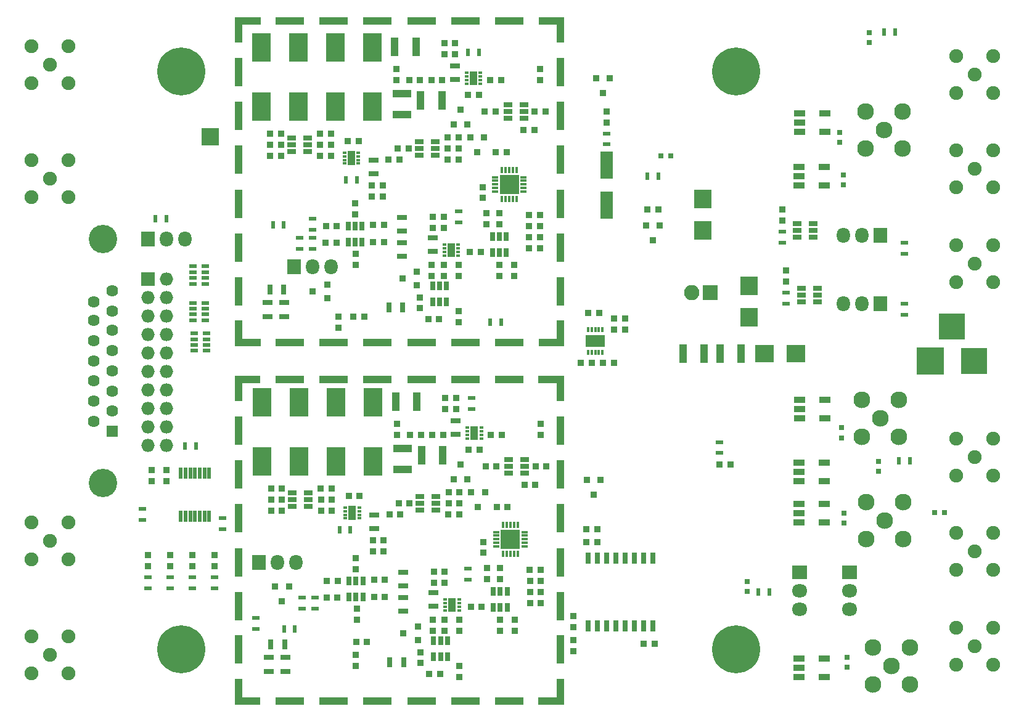
<source format=gts>
G04 #@! TF.FileFunction,Soldermask,Top*
%FSLAX46Y46*%
G04 Gerber Fmt 4.6, Leading zero omitted, Abs format (unit mm)*
G04 Created by KiCad (PCBNEW 4.0.7-e2-6376~58~ubuntu16.04.1) date Fri Jun 29 11:13:25 2018*
%MOMM*%
%LPD*%
G01*
G04 APERTURE LIST*
%ADD10C,0.150000*%
%ADD11R,0.400000X0.830000*%
%ADD12R,0.830000X0.400000*%
%ADD13R,1.350000X1.350000*%
%ADD14R,0.400000X0.750000*%
%ADD15R,1.340000X0.875000*%
%ADD16R,0.897560X0.897560*%
%ADD17R,1.500000X0.860000*%
%ADD18R,0.900000X0.850000*%
%ADD19R,0.850000X0.900000*%
%ADD20R,0.750000X1.160000*%
%ADD21R,1.400000X0.800000*%
%ADD22R,1.000000X0.600000*%
%ADD23R,0.900100X0.900100*%
%ADD24R,0.800000X1.400000*%
%ADD25R,0.600000X1.000000*%
%ADD26R,1.000000X2.600000*%
%ADD27R,2.600000X1.000000*%
%ADD28R,2.640000X3.910000*%
%ADD29R,1.160000X0.750000*%
%ADD30R,3.800000X3.800000*%
%ADD31R,3.600120X3.600120*%
%ADD32C,3.910000*%
%ADD33C,1.624000*%
%ADD34R,1.624000X1.624000*%
%ADD35O,2.098980X2.098980*%
%ADD36R,2.098980X2.098980*%
%ADD37R,1.000000X0.500000*%
%ADD38R,0.550000X1.550000*%
%ADD39R,1.100000X1.100000*%
%ADD40R,2.540000X1.100000*%
%ADD41R,3.900000X1.100000*%
%ADD42R,1.100000X2.540000*%
%ADD43R,1.100000X3.900000*%
%ADD44C,1.900000*%
%ADD45R,1.700200X3.699180*%
%ADD46R,0.700000X1.600000*%
%ADD47R,1.827200X2.132000*%
%ADD48O,1.827200X2.132000*%
%ADD49R,2.335200X2.335200*%
%ADD50R,2.401240X2.599360*%
%ADD51R,0.700000X0.800000*%
%ADD52R,0.800000X0.700000*%
%ADD53R,0.600000X0.400000*%
%ADD54R,1.000000X0.980000*%
%ADD55R,2.599360X2.401240*%
%ADD56C,6.600000*%
%ADD57R,1.827200X1.827200*%
%ADD58O,1.827200X1.827200*%
%ADD59R,2.132000X1.827200*%
%ADD60O,2.132000X1.827200*%
%ADD61C,2.300000*%
G04 APERTURE END LIST*
D10*
D11*
X110115000Y-58998000D03*
X110615000Y-58998000D03*
X111115000Y-58998000D03*
X111615000Y-58998000D03*
X112115000Y-58998000D03*
D12*
X113080000Y-58033000D03*
X113080000Y-57533000D03*
X113080000Y-57033000D03*
X113080000Y-56533000D03*
X113080000Y-56033000D03*
D11*
X112115000Y-55068000D03*
X111615000Y-55068000D03*
X111115000Y-55068000D03*
X110615000Y-55068000D03*
X110115000Y-55068000D03*
D12*
X109150000Y-56033000D03*
X109150000Y-56533000D03*
X109150000Y-57033000D03*
X109150000Y-57533000D03*
X109150000Y-58033000D03*
D13*
X111740000Y-56408000D03*
X110490000Y-56408000D03*
X111740000Y-57658000D03*
X110490000Y-57658000D03*
D14*
X121910660Y-80090332D03*
X122410660Y-80090332D03*
X122910660Y-80090332D03*
X123410660Y-80090332D03*
X123910660Y-80090332D03*
X123910660Y-76990332D03*
X123410660Y-76990332D03*
X122910660Y-76990332D03*
X122410660Y-76990332D03*
X121910660Y-76990332D03*
D15*
X123530660Y-78152832D03*
X122290660Y-78152832D03*
X123530660Y-78927832D03*
X122290660Y-78927832D03*
D16*
X139954000Y-95504000D03*
X141452600Y-95504000D03*
D17*
X150876000Y-97790000D03*
X150876000Y-96520000D03*
X150876000Y-95250000D03*
X154376000Y-95250000D03*
X154376000Y-97790000D03*
X150876000Y-57150000D03*
X150876000Y-55880000D03*
X150876000Y-54610000D03*
X154376000Y-54610000D03*
X154376000Y-57150000D03*
D18*
X113931000Y-113030000D03*
X115431000Y-113030000D03*
X113931000Y-111506000D03*
X115431000Y-111506000D03*
X113919000Y-109982000D03*
X115419000Y-109982000D03*
D19*
X109855000Y-111240000D03*
X109855000Y-109740000D03*
D18*
X113931000Y-114554000D03*
X115431000Y-114554000D03*
D20*
X108905000Y-115146000D03*
X109855000Y-115146000D03*
X110805000Y-115146000D03*
X110805000Y-112946000D03*
X108905000Y-112946000D03*
X109855000Y-112946000D03*
D19*
X109855000Y-118352000D03*
X109855000Y-116852000D03*
X111887000Y-116852000D03*
X111887000Y-118352000D03*
D18*
X105803000Y-115062000D03*
X107303000Y-115062000D03*
D19*
X108077000Y-111240000D03*
X108077000Y-109740000D03*
D21*
X92583000Y-104328000D03*
X92583000Y-102428000D03*
D18*
X92531500Y-111379000D03*
X94031500Y-111379000D03*
D19*
X107569000Y-107672000D03*
X107569000Y-106172000D03*
D18*
X102743000Y-102362000D03*
X104243000Y-102362000D03*
X102755000Y-100838000D03*
X104255000Y-100838000D03*
X109359000Y-101346000D03*
X110859000Y-101346000D03*
D21*
X100711000Y-113096000D03*
X100711000Y-114996000D03*
D18*
X100723000Y-111760000D03*
X102223000Y-111760000D03*
D19*
X104267000Y-116852000D03*
X104267000Y-118352000D03*
X102235000Y-116852000D03*
X102235000Y-118352000D03*
X90170000Y-116828000D03*
X90170000Y-115328000D03*
D18*
X94031500Y-113728500D03*
X92531500Y-113728500D03*
D20*
X89093000Y-113706000D03*
X90043000Y-113706000D03*
X90993000Y-113706000D03*
X90993000Y-111506000D03*
X89093000Y-111506000D03*
X90043000Y-111506000D03*
D18*
X91555000Y-119888000D03*
X90055000Y-119888000D03*
D21*
X96520000Y-115697000D03*
X96520000Y-113797000D03*
D22*
X82677000Y-115304000D03*
X82677000Y-113804000D03*
X84455000Y-113804000D03*
X84455000Y-115304000D03*
D18*
X85991000Y-113792000D03*
X87491000Y-113792000D03*
X87554500Y-111506000D03*
X86054500Y-111506000D03*
D23*
X98536760Y-119695000D03*
X98536760Y-117795000D03*
X96537780Y-118745000D03*
D19*
X100584000Y-116852000D03*
X100584000Y-118352000D03*
X98933000Y-122809000D03*
X98933000Y-121309000D03*
D20*
X102616000Y-119761000D03*
X101666000Y-119761000D03*
X100716000Y-119761000D03*
X100716000Y-121961000D03*
X102616000Y-121961000D03*
X101666000Y-121961000D03*
D18*
X101588000Y-124333000D03*
X100088000Y-124333000D03*
D21*
X78041500Y-123949500D03*
X78041500Y-122049500D03*
D24*
X80261500Y-120205500D03*
X78361500Y-120205500D03*
D21*
X80327500Y-122049500D03*
X80327500Y-123949500D03*
D25*
X81649000Y-118110000D03*
X80149000Y-118110000D03*
D18*
X86717000Y-98806000D03*
X85217000Y-98806000D03*
X86729000Y-101854000D03*
X85229000Y-101854000D03*
X79883000Y-101854000D03*
X78383000Y-101854000D03*
X97472500Y-91440000D03*
X98972500Y-91440000D03*
D26*
X95514500Y-86868000D03*
X98414500Y-86868000D03*
D27*
X96456500Y-93292000D03*
X96456500Y-96192000D03*
D19*
X95694500Y-89928000D03*
X95694500Y-91428000D03*
D28*
X92392500Y-95123000D03*
X92392500Y-86995000D03*
X87312500Y-95123000D03*
X82232500Y-95123000D03*
X82232500Y-86995000D03*
X87312500Y-86995000D03*
X77152500Y-95123000D03*
X77152500Y-86995000D03*
D18*
X92353000Y-105918000D03*
X93853000Y-105918000D03*
X92341000Y-107442000D03*
X93841000Y-107442000D03*
X94627000Y-102362000D03*
X96127000Y-102362000D03*
D19*
X90043000Y-109894500D03*
X90043000Y-108394500D03*
D18*
X95897000Y-100838000D03*
X97397000Y-100838000D03*
X79883000Y-100330000D03*
X78383000Y-100330000D03*
X79871000Y-98806000D03*
X78371000Y-98806000D03*
D29*
X83523000Y-101280000D03*
X83523000Y-100330000D03*
X83523000Y-99380000D03*
X81323000Y-99380000D03*
X81323000Y-101280000D03*
X81323000Y-100330000D03*
D24*
X96581000Y-122682000D03*
X94681000Y-122682000D03*
D21*
X96520000Y-110302000D03*
X96520000Y-112202000D03*
D19*
X104267000Y-123202000D03*
X104267000Y-124702000D03*
D18*
X89039000Y-99822000D03*
X90539000Y-99822000D03*
X86729000Y-100330000D03*
X85229000Y-100330000D03*
D29*
X98849000Y-99888000D03*
X98849000Y-100838000D03*
X98849000Y-101788000D03*
X101049000Y-101788000D03*
X101049000Y-99888000D03*
X101049000Y-100838000D03*
D26*
X99070500Y-94234000D03*
X101970500Y-94234000D03*
D18*
X103798500Y-87884000D03*
X102298500Y-87884000D03*
X103810500Y-86360000D03*
X102310500Y-86360000D03*
X109335000Y-95758000D03*
X107835000Y-95758000D03*
D21*
X103759000Y-89474000D03*
X103759000Y-91374000D03*
D18*
X110085000Y-91440000D03*
X108585000Y-91440000D03*
D23*
X107757000Y-99329240D03*
X105857000Y-99329240D03*
X106807000Y-101328220D03*
D18*
X100532500Y-91440000D03*
X102032500Y-91440000D03*
X102767000Y-99314000D03*
X104267000Y-99314000D03*
X107037000Y-93472000D03*
X105537000Y-93472000D03*
X100723000Y-110236000D03*
X102223000Y-110236000D03*
D29*
X111041000Y-94808000D03*
X111041000Y-95758000D03*
X111041000Y-96708000D03*
X113241000Y-96708000D03*
X113241000Y-94808000D03*
X113241000Y-95758000D03*
D18*
X114693000Y-95758000D03*
X116193000Y-95758000D03*
D19*
X115443000Y-91428000D03*
X115443000Y-89928000D03*
D18*
X113169000Y-98298000D03*
X114669000Y-98298000D03*
D23*
X123632000Y-97678240D03*
X121732000Y-97678240D03*
X122682000Y-99677220D03*
D19*
X64008000Y-96278000D03*
X64008000Y-97778000D03*
X61976000Y-96278000D03*
X61976000Y-97778000D03*
D18*
X122416000Y-81534000D03*
X120916000Y-81534000D03*
X123964000Y-81534000D03*
X125464000Y-81534000D03*
X125488000Y-76962000D03*
X126988000Y-76962000D03*
X125488000Y-75438000D03*
X126988000Y-75438000D03*
X121932000Y-74676000D03*
X123432000Y-74676000D03*
X130060000Y-60505000D03*
X131560000Y-60505000D03*
X92226000Y-57150000D03*
X93726000Y-57150000D03*
X92214000Y-58674000D03*
X93714000Y-58674000D03*
X88912000Y-51054000D03*
X90412000Y-51054000D03*
X106910000Y-44704000D03*
X105410000Y-44704000D03*
X103683500Y-37592000D03*
X102183500Y-37592000D03*
X103671500Y-39116000D03*
X102171500Y-39116000D03*
X102616000Y-53594000D03*
X104116000Y-53594000D03*
X79756000Y-53086000D03*
X78256000Y-53086000D03*
X94500000Y-53594000D03*
X96000000Y-53594000D03*
X86602000Y-53086000D03*
X85102000Y-53086000D03*
X109232000Y-52578000D03*
X110732000Y-52578000D03*
X102628000Y-52070000D03*
X104128000Y-52070000D03*
X95770000Y-52070000D03*
X97270000Y-52070000D03*
X86602000Y-51562000D03*
X85102000Y-51562000D03*
X100405500Y-42672000D03*
X101905500Y-42672000D03*
X109958000Y-42672000D03*
X108458000Y-42672000D03*
X102640000Y-50546000D03*
X104140000Y-50546000D03*
X79744000Y-50038000D03*
X78244000Y-50038000D03*
X79756000Y-51562000D03*
X78256000Y-51562000D03*
X86590000Y-50038000D03*
X85090000Y-50038000D03*
D19*
X115316000Y-42660000D03*
X115316000Y-41160000D03*
D18*
X109208000Y-46990000D03*
X107708000Y-46990000D03*
X114566000Y-46990000D03*
X116066000Y-46990000D03*
X113042000Y-49530000D03*
X114542000Y-49530000D03*
X100596000Y-61468000D03*
X102096000Y-61468000D03*
D19*
X104140000Y-68084000D03*
X104140000Y-69584000D03*
D18*
X100596000Y-62992000D03*
X102096000Y-62992000D03*
D19*
X98806000Y-74041000D03*
X98806000Y-72541000D03*
X107950000Y-62472000D03*
X107950000Y-60972000D03*
D18*
X92404500Y-62611000D03*
X93904500Y-62611000D03*
D19*
X100457000Y-68084000D03*
X100457000Y-69584000D03*
D18*
X105676000Y-66294000D03*
X107176000Y-66294000D03*
X93904500Y-64960500D03*
X92404500Y-64960500D03*
X101461000Y-75565000D03*
X99961000Y-75565000D03*
D19*
X102108000Y-68084000D03*
X102108000Y-69584000D03*
X109728000Y-69584000D03*
X109728000Y-68084000D03*
X109728000Y-62472000D03*
X109728000Y-60972000D03*
X89916000Y-61126500D03*
X89916000Y-59626500D03*
X90043000Y-68060000D03*
X90043000Y-66560000D03*
X104140000Y-74434000D03*
X104140000Y-75934000D03*
D18*
X113804000Y-65786000D03*
X115304000Y-65786000D03*
D19*
X111760000Y-68084000D03*
X111760000Y-69584000D03*
D18*
X87427500Y-62738000D03*
X85927500Y-62738000D03*
X113792000Y-61214000D03*
X115292000Y-61214000D03*
X113804000Y-62738000D03*
X115304000Y-62738000D03*
X113804000Y-64262000D03*
X115304000Y-64262000D03*
D19*
X107442000Y-58904000D03*
X107442000Y-57404000D03*
D18*
X85864000Y-65024000D03*
X87364000Y-65024000D03*
X91174000Y-75184000D03*
X89674000Y-75184000D03*
D30*
X168904860Y-81280000D03*
D31*
X174904340Y-81280000D03*
X171904600Y-76581000D03*
D16*
X124460000Y-48501300D03*
X124460000Y-47002700D03*
D26*
X137848000Y-80264000D03*
X134948000Y-80264000D03*
D32*
X55270000Y-98044000D03*
X55270000Y-64516000D03*
D33*
X56540000Y-71628000D03*
X56540000Y-74422000D03*
X56540000Y-77089000D03*
X56540000Y-79883000D03*
X56540000Y-82677000D03*
X56540000Y-85471000D03*
X56540000Y-88138000D03*
D34*
X56540000Y-90932000D03*
D33*
X54000000Y-73202800D03*
X54000000Y-75742800D03*
X54000000Y-78536800D03*
X54000000Y-81280000D03*
X54000000Y-84023200D03*
X54000000Y-86817200D03*
X54000000Y-89560400D03*
D26*
X142928000Y-80264000D03*
X140028000Y-80264000D03*
D21*
X92456000Y-55560000D03*
X92456000Y-53660000D03*
X103632000Y-40706000D03*
X103632000Y-42606000D03*
D26*
X95387500Y-38100000D03*
X98287500Y-38100000D03*
D27*
X96329500Y-44524000D03*
X96329500Y-47424000D03*
D26*
X98943500Y-45466000D03*
X101843500Y-45466000D03*
D21*
X100584000Y-64328000D03*
X100584000Y-66228000D03*
D35*
X136144000Y-71882000D03*
D36*
X138684000Y-71882000D03*
D23*
X131760000Y-62679240D03*
X129860000Y-62679240D03*
X130810000Y-64678220D03*
D25*
X131560000Y-55880000D03*
X130060000Y-55880000D03*
D22*
X124460000Y-51538000D03*
X124460000Y-50038000D03*
X139954000Y-92456000D03*
X139954000Y-93956000D03*
D25*
X166104000Y-94996000D03*
X164604000Y-94996000D03*
X164072000Y-36068000D03*
X162572000Y-36068000D03*
X146800000Y-113030000D03*
X145300000Y-113030000D03*
D22*
X84074000Y-63234000D03*
X84074000Y-61734000D03*
X84074000Y-65901000D03*
X84074000Y-64401000D03*
X82296000Y-64401000D03*
X82296000Y-65901000D03*
D37*
X67650000Y-69100000D03*
X67650000Y-69900000D03*
X67650000Y-68300000D03*
X67650000Y-70700000D03*
X69350000Y-68300000D03*
X69350000Y-69100000D03*
X69350000Y-69900000D03*
X69350000Y-70700000D03*
X67650000Y-74100000D03*
X67650000Y-74900000D03*
X67650000Y-73300000D03*
X67650000Y-75700000D03*
X69350000Y-73300000D03*
X69350000Y-74100000D03*
X69350000Y-74900000D03*
X69350000Y-75700000D03*
X67800000Y-78300000D03*
X67800000Y-79100000D03*
X67800000Y-77500000D03*
X67800000Y-79900000D03*
X69500000Y-77500000D03*
X69500000Y-78300000D03*
X69500000Y-79100000D03*
X69500000Y-79900000D03*
D38*
X65995000Y-102645000D03*
X66645000Y-102645000D03*
X67295000Y-102645000D03*
X67945000Y-102645000D03*
X68595000Y-102645000D03*
X69245000Y-102645000D03*
X69895000Y-102645000D03*
X69895000Y-96745000D03*
X69245000Y-96745000D03*
X68595000Y-96745000D03*
X67945000Y-96745000D03*
X67295000Y-96745000D03*
X66645000Y-96745000D03*
X65995000Y-96745000D03*
D29*
X98722000Y-51120000D03*
X98722000Y-52070000D03*
X98722000Y-53020000D03*
X100922000Y-53020000D03*
X100922000Y-51120000D03*
X100922000Y-52070000D03*
X83396000Y-52512000D03*
X83396000Y-51562000D03*
X83396000Y-50612000D03*
X81196000Y-50612000D03*
X81196000Y-52512000D03*
X81196000Y-51562000D03*
D28*
X92265500Y-46355000D03*
X92265500Y-38227000D03*
X87185500Y-46355000D03*
X82105500Y-46355000D03*
X82105500Y-38227000D03*
X87185500Y-38227000D03*
X77025500Y-46355000D03*
X77025500Y-38227000D03*
D23*
X107630000Y-50561240D03*
X105730000Y-50561240D03*
X106680000Y-52560220D03*
X124902000Y-42433240D03*
X123002000Y-42433240D03*
X123952000Y-44432220D03*
D29*
X110914000Y-46040000D03*
X110914000Y-46990000D03*
X110914000Y-47940000D03*
X113114000Y-47940000D03*
X113114000Y-46040000D03*
X113114000Y-46990000D03*
D20*
X102489000Y-70993000D03*
X101539000Y-70993000D03*
X100589000Y-70993000D03*
X100589000Y-73193000D03*
X102489000Y-73193000D03*
X101539000Y-73193000D03*
X108778000Y-66378000D03*
X109728000Y-66378000D03*
X110678000Y-66378000D03*
X110678000Y-64178000D03*
X108778000Y-64178000D03*
X109728000Y-64178000D03*
X88966000Y-64938000D03*
X89916000Y-64938000D03*
X90866000Y-64938000D03*
X90866000Y-62738000D03*
X88966000Y-62738000D03*
X89916000Y-62738000D03*
D23*
X98409760Y-70927000D03*
X98409760Y-69027000D03*
X96410780Y-69977000D03*
D39*
X73955000Y-34560000D03*
X118135000Y-34560000D03*
X118135000Y-78740000D03*
X73955000Y-78740000D03*
D40*
X75675000Y-34560000D03*
X75675000Y-78740000D03*
D41*
X80995000Y-34560000D03*
X80995000Y-78740000D03*
X86995000Y-34560000D03*
X86995000Y-78740000D03*
X92995000Y-34560000D03*
X92995000Y-78740000D03*
X99095000Y-34560000D03*
X99095000Y-78740000D03*
X105095000Y-34560000D03*
X105095000Y-78740000D03*
X111095000Y-34560000D03*
X111095000Y-78740000D03*
D40*
X116415000Y-34560000D03*
X116415000Y-78740000D03*
D42*
X73955000Y-36280000D03*
X118135000Y-36280000D03*
D43*
X73955000Y-41600000D03*
X118135000Y-41600000D03*
X73955000Y-47600000D03*
X118135000Y-47600000D03*
X73955000Y-53600000D03*
X118135000Y-53600000D03*
X73955000Y-59700000D03*
X118135000Y-59700000D03*
X73955000Y-65700000D03*
X118135000Y-65700000D03*
X73955000Y-71700000D03*
X118135000Y-71700000D03*
D42*
X73955000Y-77020000D03*
X118135000Y-77020000D03*
D39*
X73920000Y-83820000D03*
X118100000Y-83820000D03*
X118100000Y-128000000D03*
X73920000Y-128000000D03*
D40*
X75640000Y-83820000D03*
X75640000Y-128000000D03*
D41*
X80960000Y-83820000D03*
X80960000Y-128000000D03*
X86960000Y-83820000D03*
X86960000Y-128000000D03*
X92960000Y-83820000D03*
X92960000Y-128000000D03*
X99060000Y-83820000D03*
X99060000Y-128000000D03*
X105060000Y-83820000D03*
X105060000Y-128000000D03*
X111060000Y-83820000D03*
X111060000Y-128000000D03*
D40*
X116380000Y-83820000D03*
X116380000Y-128000000D03*
D42*
X73920000Y-85540000D03*
X118100000Y-85540000D03*
D43*
X73920000Y-90860000D03*
X118100000Y-90860000D03*
X73920000Y-96860000D03*
X118100000Y-96860000D03*
X73920000Y-102860000D03*
X118100000Y-102860000D03*
X73920000Y-108960000D03*
X118100000Y-108960000D03*
X73920000Y-114960000D03*
X118100000Y-114960000D03*
X73920000Y-120960000D03*
X118100000Y-120960000D03*
D42*
X73920000Y-126280000D03*
X118100000Y-126280000D03*
D44*
X48000000Y-106000000D03*
X45460000Y-108540000D03*
X45460000Y-103460000D03*
X50540000Y-103460000D03*
X50540000Y-108540000D03*
X48000000Y-121650000D03*
X45460000Y-124190000D03*
X45460000Y-119110000D03*
X50540000Y-119110000D03*
X50540000Y-124190000D03*
X175000000Y-67900000D03*
X177540000Y-65360000D03*
X177540000Y-70440000D03*
X172460000Y-70440000D03*
X172460000Y-65360000D03*
X175000000Y-94500000D03*
X177540000Y-91960000D03*
X177540000Y-97040000D03*
X172460000Y-97040000D03*
X172460000Y-91960000D03*
X175000000Y-41900000D03*
X177540000Y-39360000D03*
X177540000Y-44440000D03*
X172460000Y-44440000D03*
X172460000Y-39360000D03*
X175000000Y-120500000D03*
X177540000Y-117960000D03*
X177540000Y-123040000D03*
X172460000Y-123040000D03*
X172460000Y-117960000D03*
X175000000Y-54900000D03*
X177540000Y-52360000D03*
X177540000Y-57440000D03*
X172460000Y-57440000D03*
X172460000Y-52360000D03*
X175000000Y-107500000D03*
X177540000Y-104960000D03*
X177540000Y-110040000D03*
X172460000Y-110040000D03*
X172460000Y-104960000D03*
D19*
X95567500Y-41160000D03*
X95567500Y-42660000D03*
D18*
X97345500Y-42672000D03*
X98845500Y-42672000D03*
D21*
X96393000Y-66929000D03*
X96393000Y-65029000D03*
X96393000Y-61534000D03*
X96393000Y-63434000D03*
D24*
X96454000Y-73914000D03*
X94554000Y-73914000D03*
X80134500Y-71437500D03*
X78234500Y-71437500D03*
D21*
X77914500Y-75181500D03*
X77914500Y-73281500D03*
X80200500Y-73281500D03*
X80200500Y-75181500D03*
D45*
X124460000Y-54399180D03*
X124460000Y-59900820D03*
D44*
X48000000Y-56250000D03*
X45460000Y-58790000D03*
X45460000Y-53710000D03*
X50540000Y-53710000D03*
X50540000Y-58790000D03*
X48000000Y-40600000D03*
X45460000Y-43140000D03*
X45460000Y-38060000D03*
X50540000Y-38060000D03*
X50540000Y-43140000D03*
D19*
X119888000Y-117844000D03*
X119888000Y-116344000D03*
X119888000Y-119646000D03*
X119888000Y-121146000D03*
D18*
X121690000Y-106172000D03*
X123190000Y-106172000D03*
X121690000Y-104394000D03*
X123190000Y-104394000D03*
X129552000Y-120142000D03*
X131052000Y-120142000D03*
D46*
X121920000Y-117680000D03*
X123190000Y-117680000D03*
X124460000Y-117680000D03*
X125730000Y-117680000D03*
X127000000Y-117680000D03*
X128270000Y-117680000D03*
X129540000Y-117680000D03*
X130810000Y-117680000D03*
X130810000Y-108380000D03*
X129540000Y-108380000D03*
X128270000Y-108380000D03*
X127000000Y-108380000D03*
X125730000Y-108380000D03*
X124460000Y-108380000D03*
X123190000Y-108380000D03*
X121920000Y-108380000D03*
D19*
X87630000Y-76696000D03*
X87630000Y-75196000D03*
X90043000Y-123178000D03*
X90043000Y-121678000D03*
D16*
X64516000Y-107962700D03*
X64516000Y-109461300D03*
X67564000Y-107962700D03*
X67564000Y-109461300D03*
X70612000Y-107962700D03*
X70612000Y-109461300D03*
X61468000Y-107962700D03*
X61468000Y-109461300D03*
D47*
X61468000Y-64516000D03*
D48*
X64008000Y-64516000D03*
X66548000Y-64516000D03*
D49*
X70000000Y-50500000D03*
D22*
X60706000Y-103112000D03*
X60706000Y-101612000D03*
D25*
X108470000Y-75946000D03*
X109970000Y-75946000D03*
D22*
X71755000Y-104382000D03*
X71755000Y-102882000D03*
D25*
X66548000Y-92964000D03*
X68048000Y-92964000D03*
X63996000Y-61722000D03*
X62496000Y-61722000D03*
X88670000Y-56388000D03*
X90170000Y-56388000D03*
X106922000Y-38862000D03*
X105422000Y-38862000D03*
D22*
X104140000Y-60730000D03*
X104140000Y-62230000D03*
X64516000Y-112510000D03*
X64516000Y-111010000D03*
X67564000Y-112510000D03*
X67564000Y-111010000D03*
D25*
X87769000Y-104521000D03*
X89269000Y-104521000D03*
D22*
X105918000Y-86372000D03*
X105918000Y-87872000D03*
X105410000Y-109867000D03*
X105410000Y-111367000D03*
X70612000Y-112510000D03*
X70612000Y-111010000D03*
X61468000Y-112510000D03*
X61468000Y-111010000D03*
D17*
X150932000Y-89154000D03*
X150932000Y-87884000D03*
X150932000Y-86614000D03*
X154432000Y-86614000D03*
X154432000Y-89154000D03*
X150876000Y-124714000D03*
X150876000Y-123444000D03*
X150876000Y-122174000D03*
X154376000Y-122174000D03*
X154376000Y-124714000D03*
D50*
X137668000Y-59065160D03*
X137668000Y-63362840D03*
D51*
X133288000Y-53086000D03*
X131888000Y-53086000D03*
D52*
X161798000Y-96458000D03*
X161798000Y-95058000D03*
X160528000Y-37530000D03*
X160528000Y-36130000D03*
X143764000Y-111568000D03*
X143764000Y-112968000D03*
X156972000Y-55688000D03*
X156972000Y-57088000D03*
X156756000Y-91882000D03*
X156756000Y-90482000D03*
D51*
X170880000Y-102108000D03*
X169480000Y-102108000D03*
D52*
X157480000Y-121982000D03*
X157480000Y-123382000D03*
D23*
X103444000Y-48768000D03*
X105344000Y-48768000D03*
X104394000Y-46769020D03*
X103444000Y-97520760D03*
X105344000Y-97520760D03*
X104394000Y-95521780D03*
D53*
X104201000Y-115558000D03*
X104201000Y-115058000D03*
X104201000Y-114558000D03*
X104201000Y-114058000D03*
X102301000Y-114058000D03*
X102301000Y-114558000D03*
X102301000Y-115058000D03*
X102301000Y-115558000D03*
D54*
X103251000Y-114368000D03*
X103251000Y-115248000D03*
D53*
X107249000Y-91936000D03*
X107249000Y-91436000D03*
X107249000Y-90936000D03*
X107249000Y-90436000D03*
X105349000Y-90436000D03*
X105349000Y-90936000D03*
X105349000Y-91436000D03*
X105349000Y-91936000D03*
D54*
X106299000Y-90746000D03*
X106299000Y-91626000D03*
D53*
X88585000Y-101426000D03*
X88585000Y-101926000D03*
X88585000Y-102426000D03*
X88585000Y-102926000D03*
X90485000Y-102926000D03*
X90485000Y-102426000D03*
X90485000Y-101926000D03*
X90485000Y-101426000D03*
D54*
X89535000Y-102616000D03*
X89535000Y-101736000D03*
D53*
X104074000Y-66790000D03*
X104074000Y-66290000D03*
X104074000Y-65790000D03*
X104074000Y-65290000D03*
X102174000Y-65290000D03*
X102174000Y-65790000D03*
X102174000Y-66290000D03*
X102174000Y-66790000D03*
D54*
X103124000Y-65600000D03*
X103124000Y-66480000D03*
D53*
X88458000Y-52658000D03*
X88458000Y-53158000D03*
X88458000Y-53658000D03*
X88458000Y-54158000D03*
X90358000Y-54158000D03*
X90358000Y-53658000D03*
X90358000Y-53158000D03*
X90358000Y-52658000D03*
D54*
X89408000Y-53848000D03*
X89408000Y-52968000D03*
D53*
X107122000Y-43168000D03*
X107122000Y-42668000D03*
X107122000Y-42168000D03*
X107122000Y-41668000D03*
X105222000Y-41668000D03*
X105222000Y-42168000D03*
X105222000Y-42668000D03*
X105222000Y-43168000D03*
D54*
X106172000Y-41978000D03*
X106172000Y-42858000D03*
D50*
X144018000Y-75300840D03*
X144018000Y-71003160D03*
D55*
X146187160Y-80264000D03*
X150484840Y-80264000D03*
D52*
X156464000Y-51246000D03*
X156464000Y-49846000D03*
X157099000Y-102170000D03*
X157099000Y-103570000D03*
D56*
X66040000Y-120904000D03*
X66040000Y-41529000D03*
X142240000Y-120904000D03*
X142240000Y-41529000D03*
D47*
X81534000Y-68326000D03*
D48*
X84074000Y-68326000D03*
X86614000Y-68326000D03*
D47*
X76708000Y-108966000D03*
D48*
X79248000Y-108966000D03*
X81788000Y-108966000D03*
D57*
X61500000Y-70000000D03*
D58*
X64040000Y-70000000D03*
X61500000Y-72540000D03*
X64040000Y-72540000D03*
X61500000Y-75080000D03*
X64040000Y-75080000D03*
X61500000Y-77620000D03*
X64040000Y-77620000D03*
X61500000Y-80160000D03*
X64040000Y-80160000D03*
X61500000Y-82700000D03*
X64040000Y-82700000D03*
X61500000Y-85240000D03*
X64040000Y-85240000D03*
X61500000Y-87780000D03*
X64040000Y-87780000D03*
X61500000Y-90320000D03*
X64040000Y-90320000D03*
X61500000Y-92860000D03*
X64040000Y-92860000D03*
D25*
X78625000Y-62611000D03*
X80125000Y-62611000D03*
D22*
X76327000Y-118098000D03*
X76327000Y-116598000D03*
D17*
X150932000Y-49784000D03*
X150932000Y-48514000D03*
X150932000Y-47244000D03*
X154432000Y-47244000D03*
X154432000Y-49784000D03*
X150876000Y-103505000D03*
X150876000Y-102235000D03*
X150876000Y-100965000D03*
X154376000Y-100965000D03*
X154376000Y-103505000D03*
D23*
X86090760Y-72705000D03*
X86090760Y-70805000D03*
X84091780Y-71755000D03*
X80833000Y-112283240D03*
X78933000Y-112283240D03*
X79883000Y-114282220D03*
D19*
X148590000Y-61964000D03*
X148590000Y-60464000D03*
X149098000Y-70346000D03*
X149098000Y-68846000D03*
D22*
X165354000Y-66548000D03*
X165354000Y-65048000D03*
X148590000Y-65012000D03*
X148590000Y-63512000D03*
X165354000Y-74918000D03*
X165354000Y-73418000D03*
X149098000Y-73394000D03*
X149098000Y-71894000D03*
D29*
X150610000Y-62416000D03*
X150610000Y-63366000D03*
X150610000Y-64316000D03*
X152810000Y-64316000D03*
X152810000Y-62416000D03*
X152810000Y-63366000D03*
X151202000Y-71306000D03*
X151202000Y-72256000D03*
X151202000Y-73206000D03*
X153402000Y-73206000D03*
X153402000Y-71306000D03*
X153402000Y-72256000D03*
D47*
X162052000Y-64008000D03*
D48*
X159512000Y-64008000D03*
X156972000Y-64008000D03*
D47*
X162052000Y-73406000D03*
D48*
X159512000Y-73406000D03*
X156972000Y-73406000D03*
D59*
X151003000Y-110363000D03*
D60*
X151003000Y-112903000D03*
X151003000Y-115443000D03*
D59*
X157861000Y-110363000D03*
D60*
X157861000Y-112903000D03*
X157861000Y-115443000D03*
D61*
X162560000Y-49530000D03*
X160020000Y-46990000D03*
X165100000Y-46990000D03*
X165100000Y-52070000D03*
X160020000Y-52070000D03*
X163576000Y-123190000D03*
X161036000Y-120650000D03*
X166116000Y-120650000D03*
X166116000Y-125730000D03*
X161036000Y-125730000D03*
X162090000Y-89150000D03*
X159550000Y-86610000D03*
X164630000Y-86610000D03*
X164630000Y-91690000D03*
X159550000Y-91690000D03*
X162687000Y-103251000D03*
X160147000Y-100711000D03*
X165227000Y-100711000D03*
X165227000Y-105791000D03*
X160147000Y-105791000D03*
D11*
X110242000Y-107766000D03*
X110742000Y-107766000D03*
X111242000Y-107766000D03*
X111742000Y-107766000D03*
X112242000Y-107766000D03*
D12*
X113207000Y-106801000D03*
X113207000Y-106301000D03*
X113207000Y-105801000D03*
X113207000Y-105301000D03*
X113207000Y-104801000D03*
D11*
X112242000Y-103836000D03*
X111742000Y-103836000D03*
X111242000Y-103836000D03*
X110742000Y-103836000D03*
X110242000Y-103836000D03*
D12*
X109277000Y-104801000D03*
X109277000Y-105301000D03*
X109277000Y-105801000D03*
X109277000Y-106301000D03*
X109277000Y-106801000D03*
D13*
X111867000Y-105176000D03*
X110617000Y-105176000D03*
X111867000Y-106426000D03*
X110617000Y-106426000D03*
M02*

</source>
